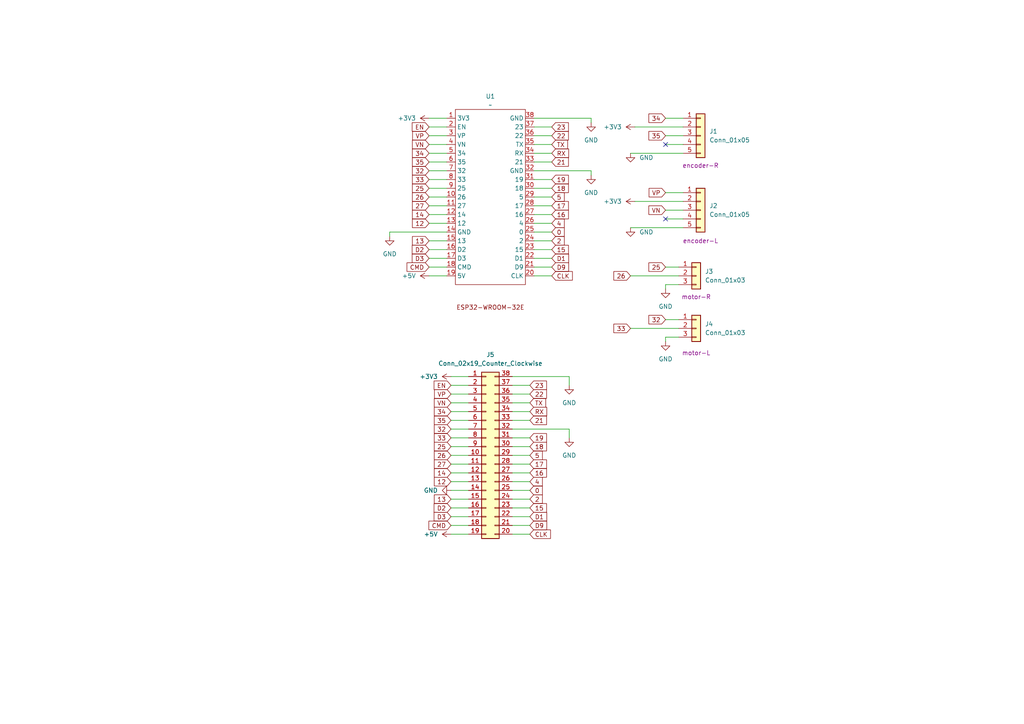
<source format=kicad_sch>
(kicad_sch (version 20231120) (generator "eeschema") (generator_version "8.0")
  (paper "A4")
  (lib_symbols
    (symbol "Connector_Generic:Conn_01x03" (pin_names (offset 1.016) hide)
      (property "Reference" "J" (at 0 5.08 0))
      (property "Value" "Conn_01x03" (at 0 -5.08 0))
      (symbol "Conn_01x03_1_1"
        (rectangle (start -1.27 -2.413) (end 0 -2.667) (stroke (width 0.1524)))
        (rectangle (start -1.27 0.127) (end 0 -0.127) (stroke (width 0.1524)))
        (rectangle (start -1.27 2.667) (end 0 2.413) (stroke (width 0.1524)))
        (rectangle (start -1.27 3.81) (end 1.27 -3.81) (stroke (width 0.254)) (fill (type background)))
        (pin passive line (at -5.08 2.54 0) (length 3.81) (name "Pin_1") (number "1"))
        (pin passive line (at -5.08 0 0) (length 3.81) (name "Pin_2") (number "2"))
        (pin passive line (at -5.08 -2.54 0) (length 3.81) (name "Pin_3") (number "3"))
      )
    )
    (symbol "Connector_Generic:Conn_01x05" (pin_names (offset 1.016) hide)
      (property "Reference" "J" (at 0 7.62 0))
      (property "Value" "Conn_01x05" (at 0 -7.62 0))
      (symbol "Conn_01x05_1_1"
        (rectangle (start -1.27 -4.953) (end 0 -5.207) (stroke (width 0.1524)))
        (rectangle (start -1.27 -2.413) (end 0 -2.667) (stroke (width 0.1524)))
        (rectangle (start -1.27 0.127) (end 0 -0.127) (stroke (width 0.1524)))
        (rectangle (start -1.27 2.667) (end 0 2.413) (stroke (width 0.1524)))
        (rectangle (start -1.27 5.207) (end 0 4.953) (stroke (width 0.1524)))
        (rectangle (start -1.27 6.35) (end 1.27 -6.35) (stroke (width 0.254)) (fill (type background)))
        (pin passive line (at -5.08 5.08 0) (length 3.81) (name "Pin_1") (number "1"))
        (pin passive line (at -5.08 2.54 0) (length 3.81) (name "Pin_2") (number "2"))
        (pin passive line (at -5.08 0 0) (length 3.81) (name "Pin_3") (number "3"))
        (pin passive line (at -5.08 -2.54 0) (length 3.81) (name "Pin_4") (number "4"))
        (pin passive line (at -5.08 -5.08 0) (length 3.81) (name "Pin_5") (number "5"))
      )
    )
    (symbol "Connector_Generic:Conn_02x19_Counter_Clockwise" (pin_names (offset 1.016) hide)
      (property "Reference" "J" (at 1.27 25.4 0))
      (property "Value" "Conn_02x19_Counter_Clockwise" (at 1.27 -25.4 0))
      (symbol "Conn_02x19_Counter_Clockwise_1_1"
        (rectangle (start -1.27 -22.733) (end 0 -22.987) (stroke (width 0.1524)))
        (rectangle (start -1.27 -20.193) (end 0 -20.447) (stroke (width 0.1524)))
        (rectangle (start -1.27 -17.653) (end 0 -17.907) (stroke (width 0.1524)))
        (rectangle (start -1.27 -15.113) (end 0 -15.367) (stroke (width 0.1524)))
        (rectangle (start -1.27 -12.573) (end 0 -12.827) (stroke (width 0.1524)))
        (rectangle (start -1.27 -10.033) (end 0 -10.287) (stroke (width 0.1524)))
        (rectangle (start -1.27 -7.493) (end 0 -7.747) (stroke (width 0.1524)))
        (rectangle (start -1.27 -4.953) (end 0 -5.207) (stroke (width 0.1524)))
        (rectangle (start -1.27 -2.413) (end 0 -2.667) (stroke (width 0.1524)))
        (rectangle (start -1.27 0.127) (end 0 -0.127) (stroke (width 0.1524)))
        (rectangle (start -1.27 2.667) (end 0 2.413) (stroke (width 0.1524)))
        (rectangle (start -1.27 5.207) (end 0 4.953) (stroke (width 0.1524)))
        (rectangle (start -1.27 7.747) (end 0 7.493) (stroke (width 0.1524)))
        (rectangle (start -1.27 10.287) (end 0 10.033) (stroke (width 0.1524)))
        (rectangle (start -1.27 12.827) (end 0 12.573) (stroke (width 0.1524)))
        (rectangle (start -1.27 15.367) (end 0 15.113) (stroke (width 0.1524)))
        (rectangle (start -1.27 17.907) (end 0 17.653) (stroke (width 0.1524)))
        (rectangle (start -1.27 20.447) (end 0 20.193) (stroke (width 0.1524)))
        (rectangle (start -1.27 22.987) (end 0 22.733) (stroke (width 0.1524)))
        (rectangle (start -1.27 24.13) (end 3.81 -24.13) (stroke (width 0.254)) (fill (type background)))
        (rectangle (start 3.81 -22.733) (end 2.54 -22.987) (stroke (width 0.1524)))
        (rectangle (start 3.81 -20.193) (end 2.54 -20.447) (stroke (width 0.1524)))
        (rectangle (start 3.81 -17.653) (end 2.54 -17.907) (stroke (width 0.1524)))
        (rectangle (start 3.81 -15.113) (end 2.54 -15.367) (stroke (width 0.1524)))
        (rectangle (start 3.81 -12.573) (end 2.54 -12.827) (stroke (width 0.1524)))
        (rectangle (start 3.81 -10.033) (end 2.54 -10.287) (stroke (width 0.1524)))
        (rectangle (start 3.81 -7.493) (end 2.54 -7.747) (stroke (width 0.1524)))
        (rectangle (start 3.81 -4.953) (end 2.54 -5.207) (stroke (width 0.1524)))
        (rectangle (start 3.81 -2.413) (end 2.54 -2.667) (stroke (width 0.1524)))
        (rectangle (start 3.81 0.127) (end 2.54 -0.127) (stroke (width 0.1524)))
        (rectangle (start 3.81 2.667) (end 2.54 2.413) (stroke (width 0.1524)))
        (rectangle (start 3.81 5.207) (end 2.54 4.953) (stroke (width 0.1524)))
        (rectangle (start 3.81 7.747) (end 2.54 7.493) (stroke (width 0.1524)))
        (rectangle (start 3.81 10.287) (end 2.54 10.033) (stroke (width 0.1524)))
        (rectangle (start 3.81 12.827) (end 2.54 12.573) (stroke (width 0.1524)))
        (rectangle (start 3.81 15.367) (end 2.54 15.113) (stroke (width 0.1524)))
        (rectangle (start 3.81 17.907) (end 2.54 17.653) (stroke (width 0.1524)))
        (rectangle (start 3.81 20.447) (end 2.54 20.193) (stroke (width 0.1524)))
        (rectangle (start 3.81 22.987) (end 2.54 22.733) (stroke (width 0.1524)))
        (pin passive line (at -5.08 22.86 0) (length 3.81) (name "Pin_1") (number "1"))
        (pin passive line (at -5.08 0 0) (length 3.81) (name "Pin_10") (number "10"))
        (pin passive line (at -5.08 -2.54 0) (length 3.81) (name "Pin_11") (number "11"))
        (pin passive line (at -5.08 -5.08 0) (length 3.81) (name "Pin_12") (number "12"))
        (pin passive line (at -5.08 -7.62 0) (length 3.81) (name "Pin_13") (number "13"))
        (pin passive line (at -5.08 -10.16 0) (length 3.81) (name "Pin_14") (number "14"))
        (pin passive line (at -5.08 -12.7 0) (length 3.81) (name "Pin_15") (number "15"))
        (pin passive line (at -5.08 -15.24 0) (length 3.81) (name "Pin_16") (number "16"))
        (pin passive line (at -5.08 -17.78 0) (length 3.81) (name "Pin_17") (number "17"))
        (pin passive line (at -5.08 -20.32 0) (length 3.81) (name "Pin_18") (number "18"))
        (pin passive line (at -5.08 -22.86 0) (length 3.81) (name "Pin_19") (number "19"))
        (pin passive line (at -5.08 20.32 0) (length 3.81) (name "Pin_2") (number "2"))
        (pin passive line (at 7.62 -22.86 180) (length 3.81) (name "Pin_20") (number "20"))
        (pin passive line (at 7.62 -20.32 180) (length 3.81) (name "Pin_21") (number "21"))
        (pin passive line (at 7.62 -17.78 180) (length 3.81) (name "Pin_22") (number "22"))
        (pin passive line (at 7.62 -15.24 180) (length 3.81) (name "Pin_23") (number "23"))
        (pin passive line (at 7.62 -12.7 180) (length 3.81) (name "Pin_24") (number "24"))
        (pin passive line (at 7.62 -10.16 180) (length 3.81) (name "Pin_25") (number "25"))
        (pin passive line (at 7.62 -7.62 180) (length 3.81) (name "Pin_26") (number "26"))
        (pin passive line (at 7.62 -5.08 180) (length 3.81) (name "Pin_27") (number "27"))
        (pin passive line (at 7.62 -2.54 180) (length 3.81) (name "Pin_28") (number "28"))
        (pin passive line (at 7.62 0 180) (length 3.81) (name "Pin_29") (number "29"))
        (pin passive line (at -5.08 17.78 0) (length 3.81) (name "Pin_3") (number "3"))
        (pin passive line (at 7.62 2.54 180) (length 3.81) (name "Pin_30") (number "30"))
        (pin passive line (at 7.62 5.08 180) (length 3.81) (name "Pin_31") (number "31"))
        (pin passive line (at 7.62 7.62 180) (length 3.81) (name "Pin_32") (number "32"))
        (pin passive line (at 7.62 10.16 180) (length 3.81) (name "Pin_33") (number "33"))
        (pin passive line (at 7.62 12.7 180) (length 3.81) (name "Pin_34") (number "34"))
        (pin passive line (at 7.62 15.24 180) (length 3.81) (name "Pin_35") (number "35"))
        (pin passive line (at 7.62 17.78 180) (length 3.81) (name "Pin_36") (number "36"))
        (pin passive line (at 7.62 20.32 180) (length 3.81) (name "Pin_37") (number "37"))
        (pin passive line (at 7.62 22.86 180) (length 3.81) (name "Pin_38") (number "38"))
        (pin passive line (at -5.08 15.24 0) (length 3.81) (name "Pin_4") (number "4"))
        (pin passive line (at -5.08 12.7 0) (length 3.81) (name "Pin_5") (number "5"))
        (pin passive line (at -5.08 10.16 0) (length 3.81) (name "Pin_6") (number "6"))
        (pin passive line (at -5.08 7.62 0) (length 3.81) (name "Pin_7") (number "7"))
        (pin passive line (at -5.08 5.08 0) (length 3.81) (name "Pin_8") (number "8"))
        (pin passive line (at -5.08 2.54 0) (length 3.81) (name "Pin_9") (number "9"))
      )
    )
    (symbol "ESP32-WROOM-32E_4M:ESP32-WROOM-32E"
      (property "Reference" "U2" (at 0 29.21 0))
      (property "Value" "~" (at 0 26.67 0))
      (symbol "ESP32-WROOM-32E_0_1"
        (rectangle (start -10.16 25.4) (end 10.16 -25.4))
      )
      (symbol "ESP32-WROOM-32E_1_1"
        (text "ESP32-WROOM-32E" (at 0 -32.004 0) (effects (font (size 1.27 1.27))))
        (pin power_out line (at -12.7 22.86 0) (length 2.54) (name "3V3") (number "1"))
        (pin bidirectional line (at -12.7 0 0) (length 2.54) (name "26") (number "10"))
        (pin bidirectional line (at -12.7 -2.54 0) (length 2.54) (name "27") (number "11"))
        (pin bidirectional line (at -12.7 -5.08 0) (length 2.54) (name "14") (number "12"))
        (pin bidirectional line (at -12.7 -7.62 0) (length 2.54) (name "12") (number "13"))
        (pin power_out line (at -12.7 -10.16 0) (length 2.54) (name "GND") (number "14"))
        (pin bidirectional line (at -12.7 -12.7 0) (length 2.54) (name "13") (number "15"))
        (pin bidirectional line (at -12.7 -15.24 0) (length 2.54) (name "D2") (number "16"))
        (pin bidirectional line (at -12.7 -17.78 0) (length 2.54) (name "D3") (number "17"))
        (pin bidirectional line (at -12.7 -20.32 0) (length 2.54) (name "CMD") (number "18"))
        (pin power_out line (at -12.7 -22.86 0) (length 2.54) (name "5V") (number "19"))
        (pin bidirectional line (at -12.7 20.32 0) (length 2.54) (name "EN") (number "2"))
        (pin bidirectional line (at 12.7 -22.86 180) (length 2.54) (name "CLK") (number "20"))
        (pin bidirectional line (at 12.7 -20.32 180) (length 2.54) (name "D9") (number "21"))
        (pin bidirectional line (at 12.7 -17.78 180) (length 2.54) (name "D1") (number "22"))
        (pin bidirectional line (at 12.7 -15.24 180) (length 2.54) (name "15") (number "23"))
        (pin bidirectional line (at 12.7 -12.7 180) (length 2.54) (name "2") (number "24"))
        (pin bidirectional line (at 12.7 -10.16 180) (length 2.54) (name "0") (number "25"))
        (pin bidirectional line (at 12.7 -7.62 180) (length 2.54) (name "4") (number "26"))
        (pin bidirectional line (at 12.7 -5.08 180) (length 2.54) (name "16") (number "27"))
        (pin bidirectional line (at 12.7 -2.54 180) (length 2.54) (name "17") (number "28"))
        (pin bidirectional line (at 12.7 0 180) (length 2.54) (name "5") (number "29"))
        (pin bidirectional line (at -12.7 17.78 0) (length 2.54) (name "VP") (number "3"))
        (pin bidirectional line (at 12.7 2.54 180) (length 2.54) (name "18") (number "30"))
        (pin bidirectional line (at 12.7 5.08 180) (length 2.54) (name "19") (number "31"))
        (pin power_out line (at 12.7 7.62 180) (length 2.54) (name "GND") (number "32"))
        (pin bidirectional line (at 12.7 10.16 180) (length 2.54) (name "21") (number "33"))
        (pin input line (at 12.7 12.7 180) (length 2.54) (name "RX") (number "34"))
        (pin output line (at 12.7 15.24 180) (length 2.54) (name "TX") (number "35"))
        (pin bidirectional line (at 12.7 17.78 180) (length 2.54) (name "22") (number "36"))
        (pin bidirectional line (at 12.7 20.32 180) (length 2.54) (name "23") (number "37"))
        (pin power_out line (at 12.7 22.86 180) (length 2.54) (name "GND") (number "38"))
        (pin bidirectional line (at -12.7 15.24 0) (length 2.54) (name "VN") (number "4"))
        (pin bidirectional line (at -12.7 12.7 0) (length 2.54) (name "34") (number "5"))
        (pin bidirectional line (at -12.7 10.16 0) (length 2.54) (name "35") (number "6"))
        (pin bidirectional line (at -12.7 7.62 0) (length 2.54) (name "32") (number "7"))
        (pin bidirectional line (at -12.7 5.08 0) (length 2.54) (name "33") (number "8"))
        (pin bidirectional line (at -12.7 2.54 0) (length 2.54) (name "25") (number "9"))
      )
    )
    (symbol "power:+3V3" (power) (pin_names (offset 0))
      (property "Value" "+3V3" (at 0 3.556 0))
      (symbol "+3V3_0_1"
        (polyline (pts (xy -0.762 1.27) (xy 0 2.54)))
        (polyline (pts (xy 0 0) (xy 0 2.54)))
        (polyline (pts (xy 0 2.54) (xy 0.762 1.27)))
      )
      (symbol "+3V3_1_1"
        (pin power_in line (at 0 0 90) (length 0) hide (name "+3V3") (number "1"))
      )
    )
    (symbol "power:+5V" (power) (pin_names (offset 0))
      (property "Value" "+5V" (at 0 3.556 0))
      (symbol "+5V_0_1"
        (polyline (pts (xy -0.762 1.27) (xy 0 2.54)))
        (polyline (pts (xy 0 0) (xy 0 2.54)))
        (polyline (pts (xy 0 2.54) (xy 0.762 1.27)))
      )
      (symbol "+5V_1_1"
        (pin power_in line (at 0 0 90) (length 0) hide (name "+5V") (number "1"))
      )
    )
    (symbol "power:GND" (power) (pin_names (offset 0))
      (property "Value" "GND" (at 0 -3.81 0))
      (symbol "GND_0_1"
        (polyline (pts (xy 0 0) (xy 0 -1.27) (xy 1.27 -1.27) (xy 0 -2.54) (xy -1.27 -1.27) (xy 0 -1.27)))
      )
      (symbol "GND_1_1"
        (pin power_in line (at 0 0 270) (length 0) hide (name "GND") (number "1"))
      )
    )
  )
  (no_connect (at 193.04 63.5))
  (no_connect (at 193.04 41.91))
  (wire (pts (xy 154.94 41.91) (xy 160.02 41.91)))
  (wire (pts (xy 154.94 59.69) (xy 160.02 59.69)))
  (wire (pts (xy 182.88 95.25) (xy 196.85 95.25)))
  (wire (pts (xy 124.46 59.69) (xy 129.54 59.69)))
  (wire (pts (xy 153.67 139.7) (xy 148.59 139.7)))
  (wire (pts (xy 154.94 44.45) (xy 160.02 44.45)))
  (wire (pts (xy 153.67 144.78) (xy 148.59 144.78)))
  (wire (pts (xy 124.46 62.23) (xy 129.54 62.23)))
  (wire (pts (xy 153.67 137.16) (xy 148.59 137.16)))
  (wire (pts (xy 182.88 66.04) (xy 198.12 66.04)))
  (wire (pts (xy 153.67 132.08) (xy 148.59 132.08)))
  (wire (pts (xy 124.46 54.61) (xy 129.54 54.61)))
  (wire (pts (xy 193.04 97.79) (xy 196.85 97.79)))
  (wire (pts (xy 113.03 67.31) (xy 113.03 68.58)))
  (wire (pts (xy 124.46 44.45) (xy 129.54 44.45)))
  (wire (pts (xy 154.94 36.83) (xy 160.02 36.83)))
  (wire (pts (xy 154.94 49.53) (xy 171.45 49.53)))
  (wire (pts (xy 154.94 64.77) (xy 160.02 64.77)))
  (wire (pts (xy 130.81 144.78) (xy 135.89 144.78)))
  (wire (pts (xy 153.67 147.32) (xy 148.59 147.32)))
  (wire (pts (xy 193.04 92.71) (xy 196.85 92.71)))
  (wire (pts (xy 182.88 44.45) (xy 198.12 44.45)))
  (wire (pts (xy 130.81 127) (xy 135.89 127)))
  (wire (pts (xy 148.59 109.22) (xy 165.1 109.22)))
  (wire (pts (xy 171.45 34.29) (xy 171.45 35.56)))
  (wire (pts (xy 113.03 67.31) (xy 129.54 67.31)))
  (wire (pts (xy 153.67 152.4) (xy 148.59 152.4)))
  (wire (pts (xy 153.67 149.86) (xy 148.59 149.86)))
  (wire (pts (xy 124.46 64.77) (xy 129.54 64.77)))
  (wire (pts (xy 124.46 77.47) (xy 129.54 77.47)))
  (wire (pts (xy 154.94 69.85) (xy 160.02 69.85)))
  (wire (pts (xy 124.46 74.93) (xy 129.54 74.93)))
  (wire (pts (xy 148.59 124.46) (xy 165.1 124.46)))
  (wire (pts (xy 193.04 77.47) (xy 196.85 77.47)))
  (wire (pts (xy 130.81 149.86) (xy 135.89 149.86)))
  (wire (pts (xy 154.94 80.01) (xy 160.02 80.01)))
  (wire (pts (xy 193.04 41.91) (xy 198.12 41.91)))
  (wire (pts (xy 154.94 77.47) (xy 160.02 77.47)))
  (wire (pts (xy 153.67 121.92) (xy 148.59 121.92)))
  (wire (pts (xy 130.81 111.76) (xy 135.89 111.76)))
  (wire (pts (xy 154.94 34.29) (xy 171.45 34.29)))
  (wire (pts (xy 154.94 74.93) (xy 160.02 74.93)))
  (wire (pts (xy 130.81 119.38) (xy 135.89 119.38)))
  (wire (pts (xy 124.46 39.37) (xy 129.54 39.37)))
  (wire (pts (xy 130.81 154.94) (xy 135.89 154.94)))
  (wire (pts (xy 124.46 36.83) (xy 129.54 36.83)))
  (wire (pts (xy 153.67 116.84) (xy 148.59 116.84)))
  (wire (pts (xy 130.81 147.32) (xy 135.89 147.32)))
  (wire (pts (xy 130.81 132.08) (xy 135.89 132.08)))
  (wire (pts (xy 153.67 111.76) (xy 148.59 111.76)))
  (wire (pts (xy 165.1 109.22) (xy 165.1 111.76)))
  (wire (pts (xy 124.46 34.29) (xy 129.54 34.29)))
  (wire (pts (xy 193.04 82.55) (xy 193.04 83.82)))
  (wire (pts (xy 124.46 80.01) (xy 129.54 80.01)))
  (wire (pts (xy 154.94 62.23) (xy 160.02 62.23)))
  (wire (pts (xy 153.67 154.94) (xy 148.59 154.94)))
  (wire (pts (xy 193.04 82.55) (xy 196.85 82.55)))
  (wire (pts (xy 124.46 41.91) (xy 129.54 41.91)))
  (wire (pts (xy 130.81 116.84) (xy 135.89 116.84)))
  (wire (pts (xy 193.04 39.37) (xy 198.12 39.37)))
  (wire (pts (xy 154.94 39.37) (xy 160.02 39.37)))
  (wire (pts (xy 193.04 34.29) (xy 198.12 34.29)))
  (wire (pts (xy 130.81 134.62) (xy 135.89 134.62)))
  (wire (pts (xy 124.46 69.85) (xy 129.54 69.85)))
  (wire (pts (xy 153.67 127) (xy 148.59 127)))
  (wire (pts (xy 124.46 46.99) (xy 129.54 46.99)))
  (wire (pts (xy 193.04 60.96) (xy 198.12 60.96)))
  (wire (pts (xy 154.94 72.39) (xy 160.02 72.39)))
  (wire (pts (xy 124.46 72.39) (xy 129.54 72.39)))
  (wire (pts (xy 182.88 80.01) (xy 196.85 80.01)))
  (wire (pts (xy 130.81 152.4) (xy 135.89 152.4)))
  (wire (pts (xy 130.81 121.92) (xy 135.89 121.92)))
  (wire (pts (xy 130.81 142.24) (xy 135.89 142.24)))
  (wire (pts (xy 130.81 124.46) (xy 135.89 124.46)))
  (wire (pts (xy 130.81 129.54) (xy 135.89 129.54)))
  (wire (pts (xy 171.45 49.53) (xy 171.45 50.8)))
  (wire (pts (xy 154.94 54.61) (xy 160.02 54.61)))
  (wire (pts (xy 153.67 142.24) (xy 148.59 142.24)))
  (wire (pts (xy 184.15 58.42) (xy 198.12 58.42)))
  (wire (pts (xy 154.94 67.31) (xy 160.02 67.31)))
  (wire (pts (xy 193.04 63.5) (xy 198.12 63.5)))
  (wire (pts (xy 154.94 57.15) (xy 160.02 57.15)))
  (wire (pts (xy 153.67 114.3) (xy 148.59 114.3)))
  (wire (pts (xy 154.94 52.07) (xy 160.02 52.07)))
  (wire (pts (xy 154.94 46.99) (xy 160.02 46.99)))
  (wire (pts (xy 193.04 55.88) (xy 198.12 55.88)))
  (wire (pts (xy 165.1 124.46) (xy 165.1 127)))
  (wire (pts (xy 130.81 139.7) (xy 135.89 139.7)))
  (wire (pts (xy 153.67 119.38) (xy 148.59 119.38)))
  (wire (pts (xy 130.81 109.22) (xy 135.89 109.22)))
  (wire (pts (xy 130.81 114.3) (xy 135.89 114.3)))
  (wire (pts (xy 153.67 129.54) (xy 148.59 129.54)))
  (wire (pts (xy 193.04 97.79) (xy 193.04 99.06)))
  (wire (pts (xy 130.81 137.16) (xy 135.89 137.16)))
  (wire (pts (xy 124.46 52.07) (xy 129.54 52.07)))
  (wire (pts (xy 124.46 49.53) (xy 129.54 49.53)))
  (wire (pts (xy 184.15 36.83) (xy 198.12 36.83)))
  (wire (pts (xy 153.67 134.62) (xy 148.59 134.62)))
  (wire (pts (xy 124.46 57.15) (xy 129.54 57.15)))
  (global_label "26" (shape input) (at 124.46 57.15 180) (property "Intersheetrefs" "${INTERSHEET_REFS}" (effects (hide yes))))
  (global_label "18" (shape input) (at 160.02 54.61 0) (property "Intersheetrefs" "${INTERSHEET_REFS}" (effects (hide yes))))
  (global_label "34" (shape input) (at 130.81 119.38 180) (property "Intersheetrefs" "${INTERSHEET_REFS}" (effects (hide yes))))
  (global_label "32" (shape input) (at 193.04 92.71 180) (property "Intersheetrefs" "${INTERSHEET_REFS}" (effects (hide yes))))
  (global_label "26" (shape input) (at 130.81 132.08 180) (property "Intersheetrefs" "${INTERSHEET_REFS}" (effects (hide yes))))
  (global_label "CMD" (shape input) (at 124.46 77.47 180) (property "Intersheetrefs" "${INTERSHEET_REFS}" (effects (hide yes))))
  (global_label "4" (shape input) (at 153.67 139.7 0) (property "Intersheetrefs" "${INTERSHEET_REFS}" (effects (hide yes))))
  (global_label "27" (shape input) (at 124.46 59.69 180) (property "Intersheetrefs" "${INTERSHEET_REFS}" (effects (hide yes))))
  (global_label "RX" (shape input) (at 160.02 44.45 0) (property "Intersheetrefs" "${INTERSHEET_REFS}" (effects (hide yes))))
  (global_label "13" (shape input) (at 124.46 69.85 180) (property "Intersheetrefs" "${INTERSHEET_REFS}" (effects (hide yes))))
  (global_label "D3" (shape input) (at 124.46 74.93 180) (property "Intersheetrefs" "${INTERSHEET_REFS}" (effects (hide yes))))
  (global_label "16" (shape input) (at 153.67 137.16 0) (property "Intersheetrefs" "${INTERSHEET_REFS}" (effects (hide yes))))
  (global_label "5" (shape input) (at 153.67 132.08 0) (property "Intersheetrefs" "${INTERSHEET_REFS}" (effects (hide yes))))
  (global_label "22" (shape input) (at 153.67 114.3 0) (property "Intersheetrefs" "${INTERSHEET_REFS}" (effects (hide yes))))
  (global_label "17" (shape input) (at 160.02 59.69 0) (property "Intersheetrefs" "${INTERSHEET_REFS}" (effects (hide yes))))
  (global_label "VP" (shape input) (at 193.04 55.88 180) (property "Intersheetrefs" "${INTERSHEET_REFS}" (effects (hide yes))))
  (global_label "19" (shape input) (at 153.67 127 0) (property "Intersheetrefs" "${INTERSHEET_REFS}" (effects (hide yes))))
  (global_label "25" (shape input) (at 130.81 129.54 180) (property "Intersheetrefs" "${INTERSHEET_REFS}" (effects (hide yes))))
  (global_label "VN" (shape input) (at 130.81 116.84 180) (property "Intersheetrefs" "${INTERSHEET_REFS}" (effects (hide yes))))
  (global_label "VN" (shape input) (at 193.04 60.96 180) (property "Intersheetrefs" "${INTERSHEET_REFS}" (effects (hide yes))))
  (global_label "D2" (shape input) (at 130.81 147.32 180) (property "Intersheetrefs" "${INTERSHEET_REFS}" (effects (hide yes))))
  (global_label "14" (shape input) (at 130.81 137.16 180) (property "Intersheetrefs" "${INTERSHEET_REFS}" (effects (hide yes))))
  (global_label "VP" (shape input) (at 130.81 114.3 180) (property "Intersheetrefs" "${INTERSHEET_REFS}" (effects (hide yes))))
  (global_label "15" (shape input) (at 153.67 147.32 0) (property "Intersheetrefs" "${INTERSHEET_REFS}" (effects (hide yes))))
  (global_label "21" (shape input) (at 153.67 121.92 0) (property "Intersheetrefs" "${INTERSHEET_REFS}" (effects (hide yes))))
  (global_label "EN" (shape input) (at 130.81 111.76 180) (property "Intersheetrefs" "${INTERSHEET_REFS}" (effects (hide yes))))
  (global_label "35" (shape input) (at 130.81 121.92 180) (property "Intersheetrefs" "${INTERSHEET_REFS}" (effects (hide yes))))
  (global_label "34" (shape input) (at 124.46 44.45 180) (property "Intersheetrefs" "${INTERSHEET_REFS}" (effects (hide yes))))
  (global_label "25" (shape input) (at 124.46 54.61 180) (property "Intersheetrefs" "${INTERSHEET_REFS}" (effects (hide yes))))
  (global_label "0" (shape input) (at 160.02 67.31 0) (property "Intersheetrefs" "${INTERSHEET_REFS}" (effects (hide yes))))
  (global_label "D1" (shape input) (at 153.67 149.86 0) (property "Intersheetrefs" "${INTERSHEET_REFS}" (effects (hide yes))))
  (global_label "35" (shape input) (at 124.46 46.99 180) (property "Intersheetrefs" "${INTERSHEET_REFS}" (effects (hide yes))))
  (global_label "23" (shape input) (at 160.02 36.83 0) (property "Intersheetrefs" "${INTERSHEET_REFS}" (effects (hide yes))))
  (global_label "0" (shape input) (at 153.67 142.24 0) (property "Intersheetrefs" "${INTERSHEET_REFS}" (effects (hide yes))))
  (global_label "33" (shape input) (at 130.81 127 180) (property "Intersheetrefs" "${INTERSHEET_REFS}" (effects (hide yes))))
  (global_label "22" (shape input) (at 160.02 39.37 0) (property "Intersheetrefs" "${INTERSHEET_REFS}" (effects (hide yes))))
  (global_label "15" (shape input) (at 160.02 72.39 0) (property "Intersheetrefs" "${INTERSHEET_REFS}" (effects (hide yes))))
  (global_label "13" (shape input) (at 130.81 144.78 180) (property "Intersheetrefs" "${INTERSHEET_REFS}" (effects (hide yes))))
  (global_label "12" (shape input) (at 130.81 139.7 180) (property "Intersheetrefs" "${INTERSHEET_REFS}" (effects (hide yes))))
  (global_label "14" (shape input) (at 124.46 62.23 180) (property "Intersheetrefs" "${INTERSHEET_REFS}" (effects (hide yes))))
  (global_label "21" (shape input) (at 160.02 46.99 0) (property "Intersheetrefs" "${INTERSHEET_REFS}" (effects (hide yes))))
  (global_label "23" (shape input) (at 153.67 111.76 0) (property "Intersheetrefs" "${INTERSHEET_REFS}" (effects (hide yes))))
  (global_label "19" (shape input) (at 160.02 52.07 0) (property "Intersheetrefs" "${INTERSHEET_REFS}" (effects (hide yes))))
  (global_label "CMD" (shape input) (at 130.81 152.4 180) (property "Intersheetrefs" "${INTERSHEET_REFS}" (effects (hide yes))))
  (global_label "2" (shape input) (at 160.02 69.85 0) (property "Intersheetrefs" "${INTERSHEET_REFS}" (effects (hide yes))))
  (global_label "35" (shape input) (at 193.04 39.37 180) (property "Intersheetrefs" "${INTERSHEET_REFS}" (effects (hide yes))))
  (global_label "34" (shape input) (at 193.04 34.29 180) (property "Intersheetrefs" "${INTERSHEET_REFS}" (effects (hide yes))))
  (global_label "32" (shape input) (at 130.81 124.46 180) (property "Intersheetrefs" "${INTERSHEET_REFS}" (effects (hide yes))))
  (global_label "TX" (shape input) (at 160.02 41.91 0) (property "Intersheetrefs" "${INTERSHEET_REFS}" (effects (hide yes))))
  (global_label "D9" (shape input) (at 160.02 77.47 0) (property "Intersheetrefs" "${INTERSHEET_REFS}" (effects (hide yes))))
  (global_label "D3" (shape input) (at 130.81 149.86 180) (property "Intersheetrefs" "${INTERSHEET_REFS}" (effects (hide yes))))
  (global_label "D9" (shape input) (at 153.67 152.4 0) (property "Intersheetrefs" "${INTERSHEET_REFS}" (effects (hide yes))))
  (global_label "VN" (shape input) (at 124.46 41.91 180) (property "Intersheetrefs" "${INTERSHEET_REFS}" (effects (hide yes))))
  (global_label "32" (shape input) (at 124.46 49.53 180) (property "Intersheetrefs" "${INTERSHEET_REFS}" (effects (hide yes))))
  (global_label "VP" (shape input) (at 124.46 39.37 180) (property "Intersheetrefs" "${INTERSHEET_REFS}" (effects (hide yes))))
  (global_label "TX" (shape input) (at 153.67 116.84 0) (property "Intersheetrefs" "${INTERSHEET_REFS}" (effects (hide yes))))
  (global_label "D2" (shape input) (at 124.46 72.39 180) (property "Intersheetrefs" "${INTERSHEET_REFS}" (effects (hide yes))))
  (global_label "CLK" (shape input) (at 160.02 80.01 0) (property "Intersheetrefs" "${INTERSHEET_REFS}" (effects (hide yes))))
  (global_label "D1" (shape input) (at 160.02 74.93 0) (property "Intersheetrefs" "${INTERSHEET_REFS}" (effects (hide yes))))
  (global_label "5" (shape input) (at 160.02 57.15 0) (property "Intersheetrefs" "${INTERSHEET_REFS}" (effects (hide yes))))
  (global_label "26" (shape input) (at 182.88 80.01 180) (property "Intersheetrefs" "${INTERSHEET_REFS}" (effects (hide yes))))
  (global_label "27" (shape input) (at 130.81 134.62 180) (property "Intersheetrefs" "${INTERSHEET_REFS}" (effects (hide yes))))
  (global_label "4" (shape input) (at 160.02 64.77 0) (property "Intersheetrefs" "${INTERSHEET_REFS}" (effects (hide yes))))
  (global_label "18" (shape input) (at 153.67 129.54 0) (property "Intersheetrefs" "${INTERSHEET_REFS}" (effects (hide yes))))
  (global_label "33" (shape input) (at 124.46 52.07 180) (property "Intersheetrefs" "${INTERSHEET_REFS}" (effects (hide yes))))
  (global_label "2" (shape input) (at 153.67 144.78 0) (property "Intersheetrefs" "${INTERSHEET_REFS}" (effects (hide yes))))
  (global_label "33" (shape input) (at 182.88 95.25 180) (property "Intersheetrefs" "${INTERSHEET_REFS}" (effects (hide yes))))
  (global_label "16" (shape input) (at 160.02 62.23 0) (property "Intersheetrefs" "${INTERSHEET_REFS}" (effects (hide yes))))
  (global_label "17" (shape input) (at 153.67 134.62 0) (property "Intersheetrefs" "${INTERSHEET_REFS}" (effects (hide yes))))
  (global_label "25" (shape input) (at 193.04 77.47 180) (property "Intersheetrefs" "${INTERSHEET_REFS}" (effects (hide yes))))
  (global_label "RX" (shape input) (at 153.67 119.38 0) (property "Intersheetrefs" "${INTERSHEET_REFS}" (effects (hide yes))))
  (global_label "EN" (shape input) (at 124.46 36.83 180) (property "Intersheetrefs" "${INTERSHEET_REFS}" (effects (hide yes))))
  (global_label "12" (shape input) (at 124.46 64.77 180) (property "Intersheetrefs" "${INTERSHEET_REFS}" (effects (hide yes))))
  (global_label "CLK" (shape input) (at 153.67 154.94 0) (property "Intersheetrefs" "${INTERSHEET_REFS}" (effects (hide yes))))
  (symbol (lib_id "power:GND") (at 171.45 50.8 0) (unit 1)
    (property "Reference" "#PWR08" (effects (hide yes)))
    (property "Value" "GND" (at 171.45 55.88 0))
    (property "Description" "Power symbol creates a global label with name \"GND\" , ground" (effects (hide yes)))
  )
  (symbol (lib_id "power:GND") (at 165.1 111.76 0) (mirror y) (unit 1)
    (property "Reference" "#PWR016" (effects (hide yes)))
    (property "Value" "GND" (at 165.1 116.84 0))
    (property "Description" "Power symbol creates a global label with name \"GND\" , ground" (effects (hide yes)))
  )
  (symbol (lib_id "power:GND") (at 113.03 68.58 0) (unit 1)
    (property "Reference" "#PWR010" (effects (hide yes)))
    (property "Value" "GND" (at 113.03 73.66 0))
    (property "Description" "Power symbol creates a global label with name \"GND\" , ground" (effects (hide yes)))
  )
  (symbol (lib_id "ESP32-WROOM-32E_4M:ESP32-WROOM-32E") (at 142.24 57.15 0) (unit 1)
    (property "Reference" "U1" (at 142.24 27.94 0))
    (property "Value" "~" (at 142.24 30.48 0))
    (property "Footprint" "ESP32-WROOM-32E:ESP32-WROOM-32E" (effects (hide yes)))
  )
  (symbol (lib_id "Connector_Generic:Conn_01x03") (at 201.93 80.01 0) (unit 1)
    (property "Reference" "J3" (at 204.47 78.7399 0) (effects (justify left)))
    (property "Value" "Conn_01x03" (at 204.47 81.2799 0) (effects (justify left)))
    (property "Footprint" "XH:XH-3pin" (effects (hide yes)))
    (property "Description" "Generic connector, single row, 01x03, script generated (kicad-library-utils/schlib/autogen/connector/)" (effects (hide yes)))
    (property "名前" "motor-R" (at 201.93 86.106 0))
  )
  (symbol (lib_id "power:GND") (at 182.88 44.45 0) (unit 1)
    (property "Reference" "#PWR01" (effects (hide yes)))
    (property "Value" "GND" (at 185.42 45.7199 0) (effects (justify left)))
    (property "Description" "Power symbol creates a global label with name \"GND\" , ground" (effects (hide yes)))
  )
  (symbol (lib_id "power:GND") (at 193.04 83.82 0) (unit 1)
    (property "Reference" "#PWR03" (effects (hide yes)))
    (property "Value" "GND" (at 193.04 88.9 0))
    (property "Description" "Power symbol creates a global label with name \"GND\" , ground" (effects (hide yes)))
  )
  (symbol (lib_id "Connector_Generic:Conn_01x05") (at 203.2 60.96 0) (unit 1)
    (property "Reference" "J2" (at 205.74 59.6899 0) (effects (justify left)))
    (property "Value" "Conn_01x05" (at 205.74 62.2299 0) (effects (justify left)))
    (property "Footprint" "XH:XH-5pin" (effects (hide yes)))
    (property "Description" "Generic connector, single row, 01x05, script generated (kicad-library-utils/schlib/autogen/connector/)" (effects (hide yes)))
    (property "名前" "encoder-L" (at 203.2 69.85 0))
  )
  (symbol (lib_id "power:+3V3") (at 124.46 34.29 90) (unit 1)
    (property "Reference" "#PWR014" (effects (hide yes)))
    (property "Value" "+3V3" (at 120.65 34.2899 90) (effects (justify left)))
    (property "Description" "Power symbol creates a global label with name \"+3V3\"" (effects (hide yes)))
  )
  (symbol (lib_id "power:GND") (at 130.81 142.24 270) (unit 1)
    (property "Reference" "#PWR013" (effects (hide yes)))
    (property "Value" "GND" (at 127 142.2399 90) (effects (justify right)))
    (property "Description" "Power symbol creates a global label with name \"GND\" , ground" (effects (hide yes)))
  )
  (symbol (lib_id "power:+3V3") (at 130.81 109.22 90) (unit 1)
    (property "Reference" "#PWR011" (effects (hide yes)))
    (property "Value" "+3V3" (at 127 109.2199 90) (effects (justify left)))
    (property "Description" "Power symbol creates a global label with name \"+3V3\"" (effects (hide yes)))
  )
  (symbol (lib_id "power:+3V3") (at 184.15 36.83 90) (unit 1)
    (property "Reference" "#PWR05" (effects (hide yes)))
    (property "Value" "+3V3" (at 180.34 36.8299 90) (effects (justify left)))
    (property "Description" "Power symbol creates a global label with name \"+3V3\"" (effects (hide yes)))
  )
  (symbol (lib_id "power:+3V3") (at 184.15 58.42 90) (unit 1)
    (property "Reference" "#PWR06" (effects (hide yes)))
    (property "Value" "+3V3" (at 180.34 58.4199 90) (effects (justify left)))
    (property "Description" "Power symbol creates a global label with name \"+3V3\"" (effects (hide yes)))
  )
  (symbol (lib_id "power:GND") (at 182.88 66.04 0) (unit 1)
    (property "Reference" "#PWR02" (effects (hide yes)))
    (property "Value" "GND" (at 185.42 67.3099 0) (effects (justify left)))
    (property "Description" "Power symbol creates a global label with name \"GND\" , ground" (effects (hide yes)))
  )
  (symbol (lib_id "power:GND") (at 193.04 99.06 0) (unit 1)
    (property "Reference" "#PWR04" (effects (hide yes)))
    (property "Value" "GND" (at 193.04 104.14 0))
    (property "Description" "Power symbol creates a global label with name \"GND\" , ground" (effects (hide yes)))
  )
  (symbol (lib_id "power:+5V") (at 130.81 154.94 90) (unit 1)
    (property "Reference" "#PWR012" (effects (hide yes)))
    (property "Value" "+5V" (at 127 154.9399 90) (effects (justify left)))
    (property "Description" "Power symbol creates a global label with name \"+5V\"" (effects (hide yes)))
  )
  (symbol (lib_id "Connector_Generic:Conn_02x19_Counter_Clockwise") (at 140.97 132.08 0) (unit 1)
    (property "Reference" "J5" (at 142.24 102.87 0))
    (property "Value" "Conn_02x19_Counter_Clockwise" (at 142.24 105.41 0))
    (property "Footprint" "hole_19pin:hole_19pin" (effects (hide yes)))
    (property "Description" "Generic connector, double row, 02x19, counter clockwise pin numbering scheme (similar to DIP packge numbering), script generated (kicad-library-utils/schlib/autogen/connector/)" (effects (hide yes)))
  )
  (symbol (lib_id "Connector_Generic:Conn_01x03") (at 201.93 95.25 0) (unit 1)
    (property "Reference" "J4" (at 204.47 93.9799 0) (effects (justify left)))
    (property "Value" "Conn_01x03" (at 204.47 96.5199 0) (effects (justify left)))
    (property "Footprint" "XH:XH-3pin" (effects (hide yes)))
    (property "Description" "Generic connector, single row, 01x03, script generated (kicad-library-utils/schlib/autogen/connector/)" (effects (hide yes)))
    (property "名前" "motor-L" (at 201.93 102.362 0))
  )
  (symbol (lib_id "power:+5V") (at 124.46 80.01 90) (unit 1)
    (property "Reference" "#PWR07" (effects (hide yes)))
    (property "Value" "+5V" (at 120.65 80.0099 90) (effects (justify left)))
    (property "Description" "Power symbol creates a global label with name \"+5V\"" (effects (hide yes)))
  )
  (symbol (lib_id "power:GND") (at 165.1 127 0) (mirror y) (unit 1)
    (property "Reference" "#PWR015" (effects (hide yes)))
    (property "Value" "GND" (at 165.1 132.08 0))
    (property "Description" "Power symbol creates a global label with name \"GND\" , ground" (effects (hide yes)))
  )
  (symbol (lib_id "power:GND") (at 171.45 35.56 0) (unit 1)
    (property "Reference" "#PWR09" (effects (hide yes)))
    (property "Value" "GND" (at 171.45 40.64 0))
    (property "Description" "Power symbol creates a global label with name \"GND\" , ground" (effects (hide yes)))
  )
  (symbol (lib_id "Connector_Generic:Conn_01x05") (at 203.2 39.37 0) (unit 1)
    (property "Reference" "J1" (at 205.74 38.0999 0) (effects (justify left)))
    (property "Value" "Conn_01x05" (at 205.74 40.6399 0) (effects (justify left)))
    (property "Footprint" "XH:XH-5pin" (effects (hide yes)))
    (property "Description" "Generic connector, single row, 01x05, script generated (kicad-library-utils/schlib/autogen/connector/)" (effects (hide yes)))
    (property "名前" "encoder-R" (at 203.2 48.006 0))
  )
)
</source>
